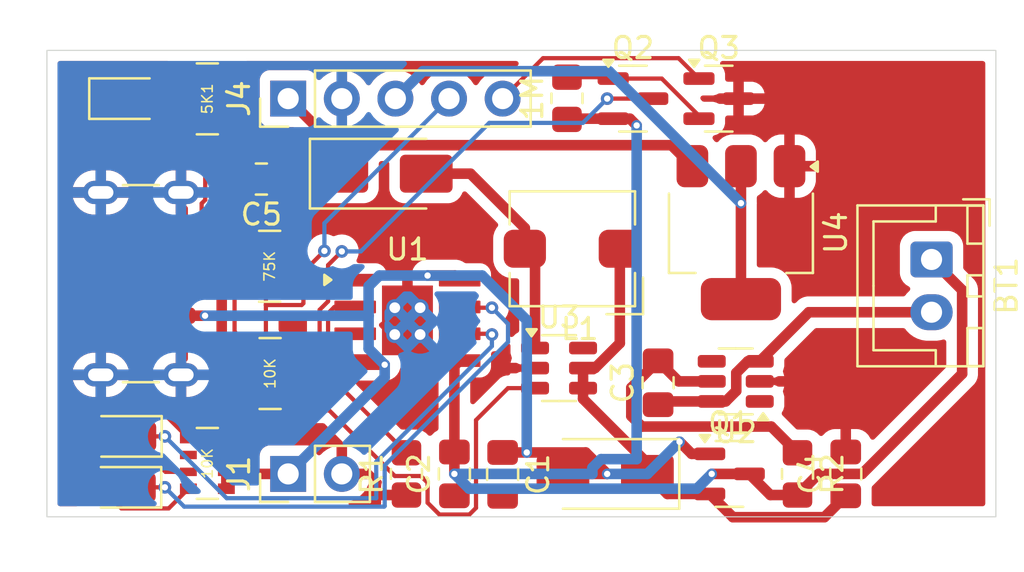
<source format=kicad_pcb>
(kicad_pcb (version 20240108) (generator "pcbnew") (generator_version "8.0")
  (layers (0 "F.Cu" signal) (31 "B.Cu" signal) (34 "B.Paste" user) (35 "F.Paste" user) (36 "B.SilkS" user "B.Silkscreen") (37 "F.SilkS" user "F.Silkscreen") (38 "B.Mask" user) (39 "F.Mask" user) (44 "Edge.Cuts" user))
  (net 0 "")
  (net 1 "GND")
  (net 2 "VIN")
  (net 3 "VOUT")
  (net 4 "B+")
  (net 5 "Net-(LED1-A)")
  (net 6 "Net-(LED1-K)")
  (net 7 "Net-(LED2-A)")
  (net 8 "Net-(LED2-K)")
  (net 9 "Net-(U1-PROG)")
  (net 10 "Net-(U2-VDD)")
  (net 11 "Net-(J5-CC2)")
  (net 12 "Net-(J5-CC1)")
  (net 17 "BOOST")
  (net 18 "Net-(D1-A)")
  (net 20 "Net-(Q2-D)")
  (net 21 "Net-(Q2-G)")
  (net 22 "+3V3")
  (net 23 "Net-(LED3-A)")
  (net 24 "BAT_SENSE")
  (net 25 "BAT_SENSE_SWITCH")
  (net 27 "Net-(RN3A-R1.1)")
  (net 35 "B-")
  (footprint "Resistor_SMD:R_Array_Convex_4x0603" (layer "F.Cu") (at 128.684 107.004)
    (property "Reference" "RN3" (hide yes))
    (property "Value" "10K" (hide yes))
    (fp_line (start 0.5 -1.68) (end -0.5 -1.68) (stroke (width 0.12)) (layer "F.SilkS"))
    (fp_line (start 0.5 1.68) (end -0.5 1.68) (stroke (width 0.12)) (layer "F.SilkS"))
    (fp_text user "${VALUE}" (at 0 0 90) (layer "F.SilkS") (effects (font (size 0.5 0.5) (thickness 0.075))))
    (pad "1" smd rect (at -0.9 -1.2) (size 0.8 0.5) (layers "F.Cu" "F.Paste" "F.Mask") (net 27 "Net-(RN3A-R1.1)"))
    (pad "2" smd rect (at -0.9 -0.4) (size 0.8 0.4) (layers "F.Cu" "F.Paste" "F.Mask") (net 24 "BAT_SENSE"))
    (pad "3" smd rect (at -0.9 0.4) (size 0.8 0.4) (layers "F.Cu" "F.Paste" "F.Mask"))
    (pad "4" smd rect (at -0.9 1.2) (size 0.8 0.5) (layers "F.Cu" "F.Paste" "F.Mask"))
    (pad "5" smd rect (at 0.9 1.2) (size 0.8 0.5) (layers "F.Cu" "F.Paste" "F.Mask"))
    (pad "6" smd rect (at 0.9 0.4) (size 0.8 0.4) (layers "F.Cu" "F.Paste" "F.Mask"))
    (pad "7" smd rect (at 0.9 -0.4) (size 0.8 0.4) (layers "F.Cu" "F.Paste" "F.Mask") (net 20 "Net-(Q2-D)"))
    (pad "8" smd rect (at 0.9 -1.2) (size 0.8 0.5) (layers "F.Cu" "F.Paste" "F.Mask") (net 1 "GND"))
  )
  (footprint "Package_TO_SOT_SMD:SOT-223-3_TabPin2" (layer "F.Cu") (at 150.9905 100.33 -90)
    (property "Reference" "U4" (at 0 -4.5 90) (layer "F.SilkS"))
    (property "Value" "AMS1117-3.3")
    (fp_line (start -1.85 3.41) (end 1.91 3.41) (stroke (width 0.12)) (layer "F.SilkS"))
    (fp_line (start 1.91 3.41) (end 1.91 2.15) (stroke (width 0.12)) (layer "F.SilkS"))
    (fp_line (start -1.85 -3.41) (end 1.91 -3.41) (stroke (width 0.12)) (layer "F.SilkS"))
    (fp_line (start 1.91 -3.41) (end 1.91 -2.15) (stroke (width 0.12)) (layer "F.SilkS"))
    (fp_poly (pts (xy -3.13 -3.31) (xy -3.37 -3.64) (xy -2.89 -3.64) (xy -3.13 -3.31)) (stroke (width 0.12)) (fill solid) (layer "F.SilkS"))
    (pad "1" smd roundrect (at -3.15 -2.3 270) (size 2 1.5) (layers "F.Cu" "F.Paste" "F.Mask") (net 1 "GND"))
    (pad "2" smd roundrect (at -3.15 0 270) (size 2 1.5) (layers "F.Cu" "F.Paste" "F.Mask") (net 22 "+3V3"))
    (pad "2" smd roundrect (at 3.15 0 270) (size 2 3.8) (layers "F.Cu" "F.Paste" "F.Mask") (net 22 "+3V3"))
    (pad "3" smd roundrect (at -3.15 2.3 270) (size 2 1.5) (layers "F.Cu" "F.Paste" "F.Mask") (net 3 "VOUT"))
  )
  (footprint "LED_SMD:LED_0805_2012Metric_Pad1.15x1.40mm_HandSolder" (layer "F.Cu") (at 121.666 112.395 180)
    (property "Reference" "LED1" (hide yes))
    (property "Value" "Charge")
    (fp_line (start 1 -0.96) (end -1.86 -0.96) (stroke (width 0.12)) (layer "F.SilkS"))
    (fp_line (start -1.86 0.96) (end 1 0.96) (stroke (width 0.12)) (layer "F.SilkS"))
    (fp_line (start -1.86 -0.96) (end -1.86 0.96) (stroke (width 0.12)) (layer "F.SilkS"))
    (pad "1" smd roundrect (at -1.025 0 180) (size 1.15 1.4) (layers "F.Cu" "F.Paste" "F.Mask") (roundrect_rratio 0.217391) (net 6 "Net-(LED1-K)"))
    (pad "2" smd roundrect (at 1.025 0 180) (size 1.15 1.4) (layers "F.Cu" "F.Paste" "F.Mask") (roundrect_rratio 0.217391) (net 5 "Net-(LED1-A)"))
  )
  (footprint "Connector_JST:JST_XH_B2B-XH-A_1x02_P2.50mm_Vertical" (layer "F.Cu") (at 160.02 101.6 -90)
    (property "Reference" "BT1" (at 1.25 -3.55 90) (layer "F.SilkS"))
    (property "Value" "Battery_Cell")
    (fp_line (start -2.56 3.51) (end 5.06 3.51) (stroke (width 0.12)) (layer "F.SilkS"))
    (fp_line (start 5.06 3.51) (end 5.06 -2.46) (stroke (width 0.12)) (layer "F.SilkS"))
    (fp_line (start -1.8 2.75) (end 1.25 2.75) (stroke (width 0.12)) (layer "F.SilkS"))
    (fp_line (start 4.3 2.75) (end 1.25 2.75) (stroke (width 0.12)) (layer "F.SilkS"))
    (fp_line (start -2.55 -0.2) (end -1.8 -0.2) (stroke (width 0.12)) (layer "F.SilkS"))
    (fp_line (start -1.8 -0.2) (end -1.8 2.75) (stroke (width 0.12)) (layer "F.SilkS"))
    (fp_line (start 4.3 -0.2) (end 4.3 2.75) (stroke (width 0.12)) (layer "F.SilkS"))
    (fp_line (start 5.05 -0.2) (end 4.3 -0.2) (stroke (width 0.12)) (layer "F.SilkS"))
    (fp_line (start -2.55 -1.7) (end -0.75 -1.7) (stroke (width 0.12)) (layer "F.SilkS"))
    (fp_line (start -0.75 -1.7) (end -0.75 -2.45) (stroke (width 0.12)) (layer "F.SilkS"))
    (fp_line (start 0.75 -1.7) (end 1.75 -1.7) (stroke (width 0.12)) (layer "F.SilkS"))
    (fp_line (start 1.75 -1.7) (end 1.75 -2.45) (stroke (width 0.12)) (layer "F.SilkS"))
    (fp_line (start 3.25 -1.7) (end 5.05 -1.7) (stroke (width 0.12)) (layer "F.SilkS"))
    (fp_line (start 5.05 -1.7) (end 5.05 -2.45) (stroke (width 0.12)) (layer "F.SilkS"))
    (fp_line (start -2.55 -2.45) (end -2.55 -1.7) (stroke (width 0.12)) (layer "F.SilkS"))
    (fp_line (start -0.75 -2.45) (end -2.55 -2.45) (stroke (width 0.12)) (layer "F.SilkS"))
    (fp_line (start 0.75 -2.45) (end 0.75 -1.7) (stroke (width 0.12)) (layer "F.SilkS"))
    (fp_line (start 1.75 -2.45) (end 0.75 -2.45) (stroke (width 0.12)) (layer "F.SilkS"))
    (fp_line (start 3.25 -2.45) (end 3.25 -1.7) (stroke (width 0.12)) (layer "F.SilkS"))
    (fp_line (start 5.05 -2.45) (end 3.25 -2.45) (stroke (width 0.12)) (layer "F.SilkS"))
    (fp_line (start -2.56 -2.46) (end -2.56 3.51) (stroke (width 0.12)) (layer "F.SilkS"))
    (fp_line (start 5.06 -2.46) (end -2.56 -2.46) (stroke (width 0.12)) (layer "F.SilkS"))
    (fp_line (start -2.85 -2.75) (end -2.85 -1.5) (stroke (width 0.12)) (layer "F.SilkS"))
    (fp_line (start -1.6 -2.75) (end -2.85 -2.75) (stroke (width 0.12)) (layer "F.SilkS"))
    (pad "1" thru_hole roundrect (at 0 0 270) (size 1.7 2) (drill 1) (layers "*.Cu" "*.Mask") (roundrect_rratio 0.147059) (net 4 "B+"))
    (pad "2" thru_hole oval (at 2.5 0 270) (size 1.7 2) (drill 1) (layers "*.Cu" "*.Mask") (net 35 "B-"))
  )
  (footprint "Package_TO_SOT_SMD:SOT-23" (layer "F.Cu") (at 145.8745 93.98)
    (property "Reference" "Q2" (at 0 -2.4 0) (layer "F.SilkS"))
    (property "Value" "AO3401A")
    (fp_line (start 0 -1.56) (end -0.65 -1.56) (stroke (width 0.12)) (layer "F.SilkS"))
    (fp_line (start 0 -1.56) (end 0.65 -1.56) (stroke (width 0.12)) (layer "F.SilkS"))
    (fp_line (start 0 1.56) (end -0.65 1.56) (stroke (width 0.12)) (layer "F.SilkS"))
    (fp_line (start 0 1.56) (end 0.65 1.56) (stroke (width 0.12)) (layer "F.SilkS"))
    (fp_poly (pts (xy -1.1625 -1.51) (xy -1.4025 -1.84) (xy -0.9225 -1.84) (xy -1.1625 -1.51)) (stroke (width 0.12)) (fill solid) (layer "F.SilkS"))
    (pad "1" smd roundrect (at -0.9375 -0.95) (size 1.475 0.6) (layers "F.Cu" "F.Paste" "F.Mask") (net 21 "Net-(Q2-G)"))
    (pad "2" smd roundrect (at -0.9375 0.95) (size 1.475 0.6) (layers "F.Cu" "F.Paste" "F.Mask") (net 4 "B+"))
    (pad "3" smd roundrect (at 0.9375 0) (size 1.475 0.6) (layers "F.Cu" "F.Paste" "F.Mask") (net 20 "Net-(Q2-D)"))
  )
  (footprint "LED_SMD:LED_0805_2012Metric_Pad1.15x1.40mm_HandSolder" (layer "F.Cu") (at 121.6885 109.982 180)
    (property "Reference" "LED2" (hide yes))
    (property "Value" "Done")
    (fp_line (start 1 -0.96) (end -1.86 -0.96) (stroke (width 0.12)) (layer "F.SilkS"))
    (fp_line (start -1.86 0.96) (end 1 0.96) (stroke (width 0.12)) (layer "F.SilkS"))
    (fp_line (start -1.86 -0.96) (end -1.86 0.96) (stroke (width 0.12)) (layer "F.SilkS"))
    (pad "1" smd roundrect (at -1.025 0 180) (size 1.15 1.4) (layers "F.Cu" "F.Paste" "F.Mask") (roundrect_rratio 0.217391) (net 8 "Net-(LED2-K)"))
    (pad "2" smd roundrect (at 1.025 0 180) (size 1.15 1.4) (layers "F.Cu" "F.Paste" "F.Mask") (roundrect_rratio 0.217391) (net 7 "Net-(LED2-A)"))
  )
  (footprint "Inductor_SMD:L_Bourns_SRP5030T" (layer "F.Cu") (at 143.002 101.092 180)
    (property "Reference" "L1" (at -0.35 -3.8 180) (layer "F.SilkS"))
    (property "Value" "22uH")
    (fp_line (start 2.97 1.15) (end 2.97 2.72) (stroke (width 0.12)) (layer "F.SilkS"))
    (fp_line (start 2.97 -2.72) (end 2.97 -1.15) (stroke (width 0.12)) (layer "F.SilkS"))
    (fp_line (start -2.97 2.72) (end 2.97 2.72) (stroke (width 0.12)) (layer "F.SilkS"))
    (fp_line (start -2.97 1.15) (end -2.97 2.72) (stroke (width 0.12)) (layer "F.SilkS"))
    (fp_line (start -2.97 -2.72) (end 2.97 -2.72) (stroke (width 0.12)) (layer "F.SilkS"))
    (fp_line (start -2.97 -2.72) (end -2.97 -1.15) (stroke (width 0.12)) (layer "F.SilkS"))
    (fp_line (start -3.35 -1.37) (end -3.35 -3.1) (stroke (width 0.12)) (layer "F.SilkS"))
    (fp_line (start -3.35 -3.1) (end -1.62 -3.1) (stroke (width 0.12)) (layer "F.SilkS"))
    (pad "1" smd roundrect (at -2.25 0 180) (size 2 1.8) (layers "F.Cu" "F.Paste" "F.Mask") (net 17 "BOOST"))
    (pad "2" smd roundrect (at 2.25 0 180) (size 2 1.8) (layers "F.Cu" "F.Paste" "F.Mask") (net 18 "Net-(D1-A)"))
  )
  (footprint "Diode_SMD:D_SMA" (layer "F.Cu") (at 134.08 97.536)
    (property "Reference" "D1" (hide yes))
    (property "Value" "SS34" (hide yes))
    (fp_line (start -3.51 -1.65) (end -3.51 1.65) (stroke (width 0.12)) (layer "F.SilkS"))
    (fp_line (start -3.51 -1.65) (end 2 -1.65) (stroke (width 0.12)) (layer "F.SilkS"))
    (fp_line (start -3.51 1.65) (end 2 1.65) (stroke (width 0.12)) (layer "F.SilkS"))
    (pad "1" smd roundrect (at -2 0) (size 2.5 1.8) (layers "F.Cu" "F.Paste" "F.Mask") (roundrect_rratio 0.1388888889) (net 3 "VOUT"))
    (pad "2" smd roundrect (at 2 0) (size 2.5 1.8) (layers "F.Cu" "F.Paste" "F.Mask") (roundrect_rratio 0.1388888889) (net 18 "Net-(D1-A)"))
  )
  (footprint "Capacitor_SMD:C_0805_2012Metric_Pad1.18x1.45mm_HandSolder" (layer "F.Cu") (at 137.414 111.76 90)
    (property "Reference" "C2" (at 0 -1.68 -90) (layer "F.SilkS"))
    (property "Value" "10uF")
    (fp_line (start -0.261252 -0.735) (end 0.261252 -0.735) (stroke (width 0.12)) (layer "F.SilkS"))
    (fp_line (start -0.261252 0.735) (end 0.261252 0.735) (stroke (width 0.12)) (layer "F.SilkS"))
    (pad "1" smd roundrect (at -1.0375 0 90) (size 1.175 1.45) (layers "F.Cu" "F.Paste" "F.Mask") (roundrect_rratio 0.212766) (net 1 "GND"))
    (pad "2" smd roundrect (at 1.0375 0 90) (size 1.175 1.45) (layers "F.Cu" "F.Paste" "F.Mask") (roundrect_rratio 0.212766) (net 4 "B+"))
  )
  (footprint "Resistor_SMD:R_0805_2012Metric_Pad1.20x1.40mm_HandSolder" (layer "F.Cu") (at 142.748 93.964 -90)
    (property "Reference" "R5" (hide yes))
    (property "Value" "1M" (at 0 1.65 90) (layer "F.SilkS"))
    (fp_line (start -0.227064 0.735) (end 0.227064 0.735) (stroke (width 0.12)) (layer "F.SilkS"))
    (fp_line (start -0.227064 -0.735) (end 0.227064 -0.735) (stroke (width 0.12)) (layer "F.SilkS"))
    (pad "1" smd roundrect (at -1 0 270) (size 1.2 1.4) (layers "F.Cu" "F.Paste" "F.Mask") (roundrect_rratio 0.208333) (net 21 "Net-(Q2-G)"))
    (pad "2" smd roundrect (at 1 0 270) (size 1.2 1.4) (layers "F.Cu" "F.Paste" "F.Mask") (roundrect_rratio 0.208333) (net 4 "B+"))
  )
  (footprint "LED_SMD:LED_0805_2012Metric_Pad1.15x1.40mm_HandSolder" (layer "F.Cu") (at 121.974 93.98)
    (property "Reference" "LED3" (hide yes))
    (property "Value" "Boost")
    (fp_line (start -1.86 -0.96) (end -1.86 0.96) (stroke (width 0.12)) (layer "F.SilkS"))
    (fp_line (start -1.86 0.96) (end 1 0.96) (stroke (width 0.12)) (layer "F.SilkS"))
    (fp_line (start 1 -0.96) (end -1.86 -0.96) (stroke (width 0.12)) (layer "F.SilkS"))
    (pad "1" smd roundrect (at -1.025 0) (size 1.15 1.4) (layers "F.Cu" "F.Paste" "F.Mask") (roundrect_rratio 0.217391) (net 1 "GND"))
    (pad "2" smd roundrect (at 1.025 0) (size 1.15 1.4) (layers "F.Cu" "F.Paste" "F.Mask") (roundrect_rratio 0.217391) (net 23 "Net-(LED3-A)"))
  )
  (footprint "Resistor_SMD:R_Array_Convex_4x0603" (layer "F.Cu") (at 125.711 93.991 180)
    (property "Reference" "RN2" (hide yes))
    (property "Value" "5K1" (hide yes))
    (fp_line (start 0.5 1.68) (end -0.5 1.68) (stroke (width 0.12)) (layer "F.SilkS"))
    (fp_line (start 0.5 -1.68) (end -0.5 -1.68) (stroke (width 0.12)) (layer "F.SilkS"))
    (fp_text user "${VALUE}" (at 0 0 -90) (layer "F.SilkS") (effects (font (size 0.5 0.5) (thickness 0.075))))
    (pad "1" smd rect (at -0.9 -1.2 180) (size 0.8 0.5) (layers "F.Cu" "F.Paste" "F.Mask") (net 1 "GND"))
    (pad "2" smd rect (at -0.9 -0.4 180) (size 0.8 0.4) (layers "F.Cu" "F.Paste" "F.Mask") (net 1 "GND"))
    (pad "3" smd rect (at -0.9 0.4 180) (size 0.8 0.4) (layers "F.Cu" "F.Paste" "F.Mask"))
    (pad "4" smd rect (at -0.9 1.2 180) (size 0.8 0.5) (layers "F.Cu" "F.Paste" "F.Mask"))
    (pad "5" smd rect (at 0.9 1.2 180) (size 0.8 0.5) (layers "F.Cu" "F.Paste" "F.Mask"))
    (pad "6" smd rect (at 0.9 0.4 180) (size 0.8 0.4) (layers "F.Cu" "F.Paste" "F.Mask"))
    (pad "7" smd rect (at 0.9 -0.4 180) (size 0.8 0.4) (layers "F.Cu" "F.Paste" "F.Mask") (net 11 "Net-(J5-CC2)"))
    (pad "8" smd rect (at 0.9 -1.2 180) (size 0.8 0.5) (layers "F.Cu" "F.Paste" "F.Mask") (net 12 "Net-(J5-CC1)"))
  )
  (footprint "Resistor_SMD:R_0805_2012Metric_Pad1.20x1.40mm_HandSolder" (layer "F.Cu") (at 135.144 111.76 90)
    (property "Reference" "R1" (at 0 -1.65 -90) (layer "F.SilkS"))
    (property "Value" "1K2")
    (fp_line (start -0.227064 -0.735) (end 0.227064 -0.735) (stroke (width 0.12)) (layer "F.SilkS"))
    (fp_line (start -0.227064 0.735) (end 0.227064 0.735) (stroke (width 0.12)) (layer "F.SilkS"))
    (pad "1" smd roundrect (at -1 0 90) (size 1.2 1.4) (layers "F.Cu" "F.Paste" "F.Mask") (roundrect_rratio 0.208333) (net 1 "GND"))
    (pad "2" smd roundrect (at 1 0 90) (size 1.2 1.4) (layers "F.Cu" "F.Paste" "F.Mask") (roundrect_rratio 0.208333) (net 9 "Net-(U1-PROG)"))
  )
  (footprint "Diode_SMD:D_SMA" (layer "F.Cu") (at 144.558 111.76 180)
    (property "Reference" "D3" (hide yes))
    (property "Value" "SS34" (hide yes))
    (fp_line (start -3.51 1.65) (end 2 1.65) (stroke (width 0.12)) (layer "F.SilkS"))
    (fp_line (start -3.51 -1.65) (end 2 -1.65) (stroke (width 0.12)) (layer "F.SilkS"))
    (fp_line (start -3.51 -1.65) (end -3.51 1.65) (stroke (width 0.12)) (layer "F.SilkS"))
    (pad "1" smd roundrect (at -2 0 180) (size 2.5 1.8) (layers "F.Cu" "F.Paste" "F.Mask") (roundrect_rratio 0.1388888889) (net 17 "BOOST"))
    (pad "2" smd roundrect (at 2 0 180) (size 2.5 1.8) (layers "F.Cu" "F.Paste" "F.Mask") (roundrect_rratio 0.1388888889) (net 2 "VIN"))
  )
  (footprint "Resistor_SMD:R_Array_Convex_4x0603" (layer "F.Cu") (at 125.711 111.263 180)
    (property "Reference" "RN1" (hide yes))
    (property "Value" "10K" (hide yes))
    (fp_line (start 0.5 1.68) (end -0.5 1.68) (stroke (width 0.12)) (layer "F.SilkS"))
    (fp_line (start 0.5 -1.68) (end -0.5 -1.68) (stroke (width 0.12)) (layer "F.SilkS"))
    (fp_text user "${VALUE}" (at 0 0 -90) (layer "F.SilkS") (effects (font (size 0.5 0.5) (thickness 0.075))))
    (pad "1" smd rect (at -0.9 -1.2 180) (size 0.8 0.5) (layers "F.Cu" "F.Paste" "F.Mask") (net 2 "VIN"))
    (pad "2" smd rect (at -0.9 -0.4 180) (size 0.8 0.4) (layers "F.Cu" "F.Paste" "F.Mask") (net 2 "VIN"))
    (pad "3" smd rect (at -0.9 0.4 180) (size 0.8 0.4) (layers "F.Cu" "F.Paste" "F.Mask") (net 2 "VIN"))
    (pad "4" smd rect (at -0.9 1.2 180) (size 0.8 0.5) (layers "F.Cu" "F.Paste" "F.Mask") (net 3 "VOUT"))
    (pad "5" smd rect (at 0.9 1.2 180) (size 0.8 0.5) (layers "F.Cu" "F.Paste" "F.Mask") (net 23 "Net-(LED3-A)"))
    (pad "6" smd rect (at 0.9 0.4 180) (size 0.8 0.4) (layers "F.Cu" "F.Paste" "F.Mask") (net 1 "GND"))
    (pad "7" smd rect (at 0.9 -0.4 180) (size 0.8 0.4) (layers "F.Cu" "F.Paste" "F.Mask") (net 7 "Net-(LED2-A)"))
    (pad "8" smd rect (at 0.9 -1.2 180) (size 0.8 0.5) (layers "F.Cu" "F.Paste" "F.Mask") (net 5 "Net-(LED1-A)"))
  )
  (footprint "Connector_USB:USB_C_Receptacle_GCT_USB4125-xx-x_6P_TopMnt_Horizontal" (layer "F.Cu") (at 121.46 102.745 -90)
    (property "Reference" "J5" (hide yes))
    (property "Value" "USB_C_Receptacle_PowerOnly_6P")
    (fp_line (start -4.67 -0.25) (end -4.67 -1.95) (stroke (width 0.12)) (layer "F.SilkS"))
    (fp_line (start 4.67 -0.25) (end 4.67 -1.95) (stroke (width 0.12)) (layer "F.SilkS"))
    (pad "A5" smd roundrect (at -0.5 -3.08 270) (size 0.7 1.2) (layers "F.Cu" "F.Paste" "F.Mask") (net 12 "Net-(J5-CC1)"))
    (pad "A9" smd roundrect (at 1.52 -3.08 90) (size 0.76 1.2) (layers "F.Cu" "F.Paste" "F.Mask") (net 2 "VIN"))
    (pad "A12" smd roundrect (at 2.75 -3.08 90) (size 0.8 1.2) (layers "F.Cu" "F.Paste" "F.Mask") (net 1 "GND"))
    (pad "B5" smd roundrect (at 0.5 -3.08 90) (size 0.7 1.2) (layers "F.Cu" "F.Paste" "F.Mask") (net 11 "Net-(J5-CC2)"))
    (pad "B9" smd roundrect (at -1.52 -3.08 270) (size 0.76 1.2) (layers "F.Cu" "F.Paste" "F.Mask") (net 2 "VIN"))
    (pad "B12" smd roundrect (at -2.75 -3.08 270) (size 0.8 1.2) (layers "F.Cu" "F.Paste" "F.Mask") (net 1 "GND"))
    (pad "S1" thru_hole oval (at -4.32 -3 270) (size 1.1 1.7) (drill oval 0.6 1.2) (layers "*.Cu" "*.Mask" "F.Paste") (net 1 "GND"))
    (pad "S1" thru_hole oval (at -4.32 0.8 270) (size 1.1 1.7) (drill oval 0.6 1.2) (layers "*.Cu" "*.Mask" "F.Paste") (net 1 "GND"))
    (pad "S1" thru_hole oval (at 4.32 -3 270) (size 1.1 1.7) (drill oval 0.6 1.2) (layers "*.Cu" "*.Mask" "F.Paste") (net 1 "GND"))
    (pad "S1" thru_hole oval (at 4.32 0.8 270) (size 1.1 1.7) (drill oval 0.6 1.2) (layers "*.Cu" "*.Mask" "F.Paste") (net 1 "GND"))
  )
  (footprint "Capacitor_SMD:C_0805_2012Metric_Pad1.18x1.45mm_HandSolder" (layer "F.Cu") (at 155.956 111.76 90)
    (property "Reference" "C4" (at 0 -1.68 -90) (layer "F.SilkS"))
    (property "Value" "10uF")
    (fp_line (start -0.261252 -0.735) (end 0.261252 -0.735) (stroke (width 0.12)) (layer "F.SilkS"))
    (fp_line (start -0.261252 0.735) (end 0.261252 0.735) (stroke (width 0.12)) (layer "F.SilkS"))
    (pad "1" smd roundrect (at -1.0375 0 90) (size 1.175 1.45) (layers "F.Cu" "F.Paste" "F.Mask") (roundrect_rratio 0.212766) (net 17 "BOOST"))
    (pad "2" smd roundrect (at 1.0375 0 90) (size 1.175 1.45) (layers "F.Cu" "F.Paste" "F.Mask") (roundrect_rratio 0.212766) (net 1 "GND"))
  )
  (footprint "Package_TO_SOT_SMD:SOT-23-6" (layer "F.Cu") (at 142.3725 106.746)
    (property "Reference" "U3" (at 0 -2.4 0) (layer "F.SilkS"))
    (property "Value" "MT3608")
    (fp_line (start 0 -1.56) (end -0.8 -1.56) (stroke (width 0.12)) (layer "F.SilkS"))
    (fp_line (start 0 -1.56) (end 0.8 -1.56) (stroke (width 0.12)) (layer "F.SilkS"))
    (fp_line (start 0 1.56) (end -0.8 1.56) (stroke (width 0.12)) (layer "F.SilkS"))
    (fp_line (start 0 1.56) (end 0.8 1.56) (stroke (width 0.12)) (layer "F.SilkS"))
    (fp_poly (pts (xy -1.3 -1.51) (xy -1.54 -1.84) (xy -1.06 -1.84) (xy -1.3 -1.51)) (stroke (width 0.12)) (fill solid) (layer "F.SilkS"))
    (pad "1" smd roundrect (at -1.1375 -0.95) (size 1.325 0.6) (layers "F.Cu" "F.Paste" "F.Mask") (net 18 "Net-(D1-A)"))
    (pad "2" smd roundrect (at -1.1375 0) (size 1.325 0.6) (layers "F.Cu" "F.Paste" "F.Mask") (net 1 "GND"))
    (pad "3" smd roundrect (at -1.1375 0.95) (size 1.325 0.6) (layers "F.Cu" "F.Paste" "F.Mask") (net 27 "Net-(RN3A-R1.1)"))
    (pad "4" smd roundrect (at 1.1375 0.95) (size 1.325 0.6) (layers "F.Cu" "F.Paste" "F.Mask") (net 17 "BOOST"))
    (pad "5" smd roundrect (at 1.1375 0) (size 1.325 0.6) (layers "F.Cu" "F.Paste" "F.Mask") (net 17 "BOOST"))
    (pad "6" smd roundrect (at 1.1375 -0.95) (size 1.325 0.6) (layers "F.Cu" "F.Paste" "F.Mask"))
  )
  (footprint "Capacitor_SMD:C_0805_2012Metric_Pad1.18x1.45mm_HandSolder" (layer "F.Cu") (at 139.7 111.7815 -90)
    (property "Reference" "C1" (at 0 -1.68 90) (layer "F.SilkS"))
    (property "Value" "10uF")
    (fp_line (start -0.261252 0.735) (end 0.261252 0.735) (stroke (width 0.12)) (layer "F.SilkS"))
    (fp_line (start -0.261252 -0.735) (end 0.261252 -0.735) (stroke (width 0.12)) (layer "F.SilkS"))
    (pad "1" smd roundrect (at -1.0375 0 270) (size 1.175 1.45) (layers "F.Cu" "F.Paste" "F.Mask") (roundrect_rratio 0.212766) (net 2 "VIN"))
    (pad "2" smd roundrect (at 1.0375 0 270) (size 1.175 1.45) (layers "F.Cu" "F.Paste" "F.Mask") (roundrect_rratio 0.212766) (net 1 "GND"))
  )
  (footprint "Connector_PinHeader_2.54mm:PinHeader_1x02_P2.54mm_Vertical" (layer "F.Cu") (at 129.54 111.76 90)
    (property "Reference" "J1" (at 0 -2.33 -90) (layer "F.SilkS"))
    (property "Value" "Conn_01x02")
    (fp_line (start -1.33 -1.33) (end 0 -1.33) (stroke (width 0.12)) (layer "F.SilkS"))
    (fp_line (start -1.33 0) (end -1.33 -1.33) (stroke (width 0.12)) (layer "F.SilkS"))
    (fp_line (start 1.33 1.27) (end 1.33 3.87) (stroke (width 0.12)) (layer "F.SilkS"))
    (fp_line (start -1.33 1.27) (end 1.33 1.27) (stroke (width 0.12)) (layer "F.SilkS"))
    (fp_line (start -1.33 1.27) (end -1.33 3.87) (stroke (width 0.12)) (layer "F.SilkS"))
    (fp_line (start -1.33 3.87) (end 1.33 3.87) (stroke (width 0.12)) (layer "F.SilkS"))
    (pad "1" thru_hole rect (at 0 0 90) (size 1.7 1.7) (drill 1) (layers "*.Cu" "*.Mask") (net 2 "VIN"))
    (pad "2" thru_hole oval (at 0 2.54 90) (size 1.7 1.7) (drill 1) (layers "*.Cu" "*.Mask") (net 1 "GND"))
  )
  (footprint "Resistor_SMD:R_Array_Convex_4x0603" (layer "F.Cu") (at 128.662 101.924)
    (property "Reference" "RN4" (hide yes))
    (property "Value" "75K" (hide yes))
    (fp_line (start 0.5 -1.68) (end -0.5 -1.68) (stroke (width 0.12)) (layer "F.SilkS"))
    (fp_line (start 0.5 1.68) (end -0.5 1.68) (stroke (width 0.12)) (layer "F.SilkS"))
    (fp_text user "${VALUE}" (at 0 0 90) (layer "F.SilkS") (effects (font (size 0.5 0.5) (thickness 0.075))))
    (pad "1" smd rect (at -0.9 -1.2) (size 0.8 0.5) (layers "F.Cu" "F.Paste" "F.Mask") (net 27 "Net-(RN3A-R1.1)"))
    (pad "2" smd rect (at -0.9 -0.4) (size 0.8 0.4) (layers "F.Cu" "F.Paste" "F.Mask") (net 24 "BAT_SENSE"))
    (pad "3" smd rect (at -0.9 0.4) (size 0.8 0.4) (layers "F.Cu" "F.Paste" "F.Mask"))
    (pad "4" smd rect (at -0.9 1.2) (size 0.8 0.5) (layers "F.Cu" "F.Paste" "F.Mask"))
    (pad "5" smd rect (at 0.9 1.2) (size 0.8 0.5) (layers "F.Cu" "F.Paste" "F.Mask"))
    (pad "6" smd rect (at 0.9 0.4) (size 0.8 0.4) (layers "F.Cu" "F.Paste" "F.Mask"))
    (pad "7" smd rect (at 0.9 -0.4) (size 0.8 0.4) (layers "F.Cu" "F.Paste" "F.Mask") (net 1 "GND"))
    (pad "8" smd rect (at 0.9 -1.2) (size 0.8 0.5) (layers "F.Cu" "F.Paste" "F.Mask") (net 3 "VOUT"))
  )
  (footprint "Capacitor_SMD:C_0805_2012Metric_Pad1.18x1.45mm_HandSolder" (layer "F.Cu") (at 128.27 97.79 180)
    (property "Reference" "C5" (at 0 -1.68 180) (layer "F.SilkS"))
    (property "Value" "10uF")
    (fp_line (start -0.261252 0.735) (end 0.261252 0.735) (stroke (width 0.12)) (layer "F.SilkS"))
    (fp_line (start -0.261252 -0.735) (end 0.261252 -0.735) (stroke (width 0.12)) (layer "F.SilkS"))
    (pad "1" smd roundrect (at -1.0375 0 180) (size 1.175 1.45) (layers "F.Cu" "F.Paste" "F.Mask") (roundrect_rratio 0.212766) (net 3 "VOUT"))
    (pad "2" smd roundrect (at 1.0375 0 180) (size 1.175 1.45) (layers "F.Cu" "F.Paste" "F.Mask") (roundrect_rratio 0.212766) (net 1 "GND"))
  )
  (footprint "Capacitor_SMD:C_0805_2012Metric_Pad1.18x1.45mm_HandSolder" (layer "F.Cu") (at 147.066 107.442 90)
    (property "Reference" "C3" (at 0 -1.68 -90) (layer "F.SilkS"))
    (property "Value" "0.1uF")
    (fp_line (start -0.261252 -0.735) (end 0.261252 -0.735) (stroke (width 0.12)) (layer "F.SilkS"))
    (fp_line (start -0.261252 0.735) (end 0.261252 0.735) (stroke (width 0.12)) (layer "F.SilkS"))
    (pad "1" smd roundrect (at -1.0375 0 90) (size 1.175 1.45) (layers "F.Cu" "F.Paste" "F.Mask") (roundrect_rratio 0.212766) (net 35 "B-"))
    (pad "2" smd roundrect (at 1.0375 0 90) (size 1.175 1.45) (layers "F.Cu" "F.Paste" "F.Mask") (roundrect_rratio 0.212766) (net 10 "Net-(U2-VDD)"))
  )
  (footprint "Package_TO_SOT_SMD:SOT-23-6" (layer "F.Cu") (at 150.7435 107.376 180)
    (property "Reference" "U2" (at 0 -2.4 180) (layer "F.SilkS"))
    (property "Value" "XB5307H")
    (fp_line (start 0 1.56) (end 0.8 1.56) (stroke (width 0.12)) (layer "F.SilkS"))
    (fp_line (start 0 1.56) (end -0.8 1.56) (stroke (width 0.12)) (layer "F.SilkS"))
    (fp_line (start 0 -1.56) (end 0.8 -1.56) (stroke (width 0.12)) (layer "F.SilkS"))
    (fp_line (start 0 -1.56) (end -0.8 -1.56) (stroke (width 0.12)) (layer "F.SilkS"))
    (fp_poly (pts (xy -1.3 -1.51) (xy -1.54 -1.84) (xy -1.06 -1.84) (xy -1.3 -1.51)) (stroke (width 0.12)) (fill solid) (layer "F.SilkS"))
    (pad "1" smd roundrect (at -1.1375 -0.95 180) (size 1.325 0.6) (layers "F.Cu" "F.Paste" "F.Mask"))
    (pad "2" smd roundrect (at -1.1375 0 180) (size 1.325 0.6) (layers "F.Cu" "F.Paste" "F.Mask") (net 1 "GND"))
    (pad "3" smd roundrect (at -1.1375 0.95 180) (size 1.325 0.6) (layers "F.Cu" "F.Paste" "F.Mask") (net 35 "B-"))
    (pad "4" smd roundrect (at 1.1375 0.95 180) (size 1.325 0.6) (layers "F.Cu" "F.Paste" "F.Mask"))
    (pad "5" smd roundrect (at 1.1375 0 180) (size 1.325 0.6) (layers "F.Cu" "F.Paste" "F.Mask") (net 10 "Net-(U2-VDD)"))
    (pad "6" smd roundrect (at 1.1375 -0.95 180) (size 1.325 0.6) (layers "F.Cu" "F.Paste" "F.Mask") (net 35 "B-"))
  )
  (footprint "Package_TO_SOT_SMD:SOT-23" (layer "F.Cu") (at 150.4465 111.76)
    (property "Reference" "Q1" (at 0 -2.4 0) (layer "F.SilkS"))
    (property "Value" "AO3401A")
    (fp_line (start 0 -1.56) (end -0.65 -1.56) (stroke (width 0.12)) (layer "F.SilkS"))
    (fp_line (start 0 -1.56) (end 0.65 -1.56) (stroke (width 0.12)) (layer "F.SilkS"))
    (fp_line (start 0 1.56) (end -0.65 1.56) (stroke (width 0.12)) (layer "F.SilkS"))
    (fp_line (start 0 1.56) (end 0.65 1.56) (stroke (width 0.12)) (layer "F.SilkS"))
    (fp_poly (pts (xy -1.1625 -1.51) (xy -1.4025 -1.84) (xy -0.9225 -1.84) (xy -1.1625 -1.51)) (stroke (width 0.12)) (fill solid) (layer "F.SilkS"))
    (pad "1" smd roundrect (at -0.9375 -0.95) (size 1.475 0.6) (layers "F.Cu" "F.Paste" "F.Mask") (net 2 "VIN"))
    (pad "2" smd roundrect (at -0.9375 0.95) (size 1.475 0.6) (layers "F.Cu" "F.Paste" "F.Mask") (net 17 "BOOST"))
    (pad "3" smd roundrect (at 0.9375 0) (size 1.475 0.6) (layers "F.Cu" "F.Paste" "F.Mask") (net 4 "B+"))
  )
  (footprint "Connector_PinHeader_2.54mm:PinHeader_1x05_P2.54mm_Vertical" (layer "F.Cu") (at 129.54 93.98 90)
    (property "Reference" "J4" (at 0 -2.33 -90) (layer "F.SilkS"))
    (property "Value" "Conn_01x05")
    (fp_line (start -1.33 -1.33) (end 0 -1.33) (stroke (width 0.12)) (layer "F.SilkS"))
    (fp_line (start -1.33 0) (end -1.33 -1.33) (stroke (width 0.12)) (layer "F.SilkS"))
    (fp_line (start 1.33 1.27) (end 1.33 11.49) (stroke (width 0.12)) (layer "F.SilkS"))
    (fp_line (start -1.33 1.27) (end 1.33 1.27) (stroke (width 0.12)) (layer "F.SilkS"))
    (fp_line (start -1.33 1.27) (end -1.33 11.49) (stroke (width 0.12)) (layer "F.SilkS"))
    (fp_line (start -1.33 11.49) (end 1.33 11.49) (stroke (width 0.12)) (layer "F.SilkS"))
    (pad "1" thru_hole rect (at 0 0 90) (size 1.7 1.7) (drill 1) (layers "*.Cu" "*.Mask") (net 3 "VOUT"))
    (pad "2" thru_hole oval (at 0 2.54 90) (size 1.7 1.7) (drill 1) (layers "*.Cu" "*.Mask") (net 1 "GND"))
    (pad "3" thru_hole oval (at 0 5.08 90) (size 1.7 1.7) (drill 1) (layers "*.Cu" "*.Mask") (net 22 "+3V3"))
    (pad "4" thru_hole oval (at 0 7.62 90) (size 1.7 1.7) (drill 1) (layers "*.Cu" "*.Mask") (net 24 "BAT_SENSE"))
    (pad "5" thru_hole oval (at 0 10.16 90) (size 1.7 1.7) (drill 1) (layers "*.Cu" "*.Mask") (net 25 "BAT_SENSE_SWITCH"))
  )
  (footprint "Package_TO_SOT_SMD:SOT-23" (layer "F.Cu") (at 149.9385 93.98)
    (property "Reference" "Q3" (at 0 -2.4 0) (layer "F.SilkS"))
    (property "Value" "BSS138")
    (fp_line (start 0 -1.56) (end -0.65 -1.56) (stroke (width 0.12)) (layer "F.SilkS"))
    (fp_line (start 0 -1.56) (end 0.65 -1.56) (stroke (width 0.12)) (layer "F.SilkS"))
    (fp_line (start 0 1.56) (end -0.65 1.56) (stroke (width 0.12)) (layer "F.SilkS"))
    (fp_line (start 0 1.56) (end 0.65 1.56) (stroke (width 0.12)) (layer "F.SilkS"))
    (fp_poly (pts (xy -1.1625 -1.51) (xy -1.4025 -1.84) (xy -0.9225 -1.84) (xy -1.1625 -1.51)) (stroke (width 0.12)) (fill solid) (layer "F.SilkS"))
    (pad "1" smd roundrect (at -0.9375 -0.95) (size 1.475 0.6) (layers "F.Cu" "F.Paste" "F.Mask") (net 25 "BAT_SENSE_SWITCH"))
    (pad "2" smd roundrect (at -0.9375 0.95) (size 1.475 0.6) (layers "F.Cu" "F.Paste" "F.Mask") (net 21 "Net-(Q2-G)"))
    (pad "3" smd roundrect (at 0.9375 0) (size 1.475 0.6) (layers "F.Cu" "F.Paste" "F.Mask") (net 1 "GND"))
  )
  (footprint "Resistor_SMD:R_0805_2012Metric_Pad1.20x1.40mm_HandSolder" (layer "F.Cu") (at 153.67 111.76 -90)
    (property "Reference" "R2" (at 0 -1.65 90) (layer "F.SilkS"))
    (property "Value" "100R")
    (fp_line (start -0.227064 0.735) (end 0.227064 0.735) (stroke (width 0.12)) (layer "F.SilkS"))
    (fp_line (start -0.227064 -0.735) (end 0.227064 -0.735) (stroke (width 0.12)) (layer "F.SilkS"))
    (pad "1" smd roundrect (at -1 0 270) (size 1.2 1.4) (layers "F.Cu" "F.Paste" "F.Mask") (roundrect_rratio 0.208333) (net 10 "Net-(U2-VDD)"))
    (pad "2" smd roundrect (at 1 0 270) (size 1.2 1.4) (layers "F.Cu" "F.Paste" "F.Mask") (roundrect_rratio 0.208333) (net 4 "B+"))
  )
  (footprint "microcontrol:TP4056-SOP-8-EP-Vias" (layer "F.Cu") (at 135.19 104.486)
    (property "Reference" "U1" (at 0 -3.362 0) (layer "F.SilkS"))
    (property "Value" "TP4056")
    (fp_poly (pts (xy -3.607 -1.919) (xy -3.937 -2.159) (xy -3.937 -1.679) (xy -3.607 -1.919)) (stroke (width 0.12)) (fill solid) (layer "F.SilkS"))
    (pad "1" smd roundrect (at -2.475 -1.905) (size 1.97 0.6) (layers "F.Cu" "F.Paste" "F.Mask") (roundrect_rratio 0.07) (net 1 "GND"))
    (pad "2" smd roundrect (at -2.475 -0.635) (size 1.97 0.6) (layers "F.Cu" "F.Paste" "F.Mask") (roundrect_rratio 0.07) (net 9 "Net-(U1-PROG)"))
    (pad "3" smd roundrect (at -2.475 0.635) (size 1.97 0.6) (layers "F.Cu" "F.Paste" "F.Mask") (roundrect_rratio 0.07) (net 1 "GND"))
    (pad "4" smd roundrect (at -2.475 1.905) (size 1.97 0.6) (layers "F.Cu" "F.Paste" "F.Mask") (roundrect_rratio 0.07) (net 2 "VIN"))
    (pad "5" smd roundrect (at 2.475 1.905) (size 1.97 0.6) (layers "F.Cu" "F.Paste" "F.Mask") (roundrect_rratio 0.07) (net 4 "B+"))
    (pad "6" smd roundrect (at 2.475 0.635) (size 1.97 0.6) (layers "F.Cu" "F.Paste" "F.Mask") (roundrect_rratio 0.07) (net 8 "Net-(LED2-K)"))
    (pad "7" smd roundrect (at 2.475 -0.635) (size 1.97 0.6) (layers "F.Cu" "F.Paste" "F.Mask") (roundrect_rratio 0.07) (net 6 "Net-(LED1-K)"))
    (pad "8" smd roundrect (at 2.475 -1.905) (size 1.97 0.6) (layers "F.Cu" "F.Paste" "F.Mask") (roundrect_rratio 0.07) (net 2 "VIN"))
    (pad "9" thru_hole circle (at -0.6 -0.6) (size 0.81 0.81) (drill 0.51) (property pad_prop_heatsink) (layers "*.Cu") (net 1 "GND"))
    (pad "9" thru_hole circle (at -0.6 0.67) (size 0.81 0.81) (drill 0.51) (property pad_prop_heatsink) (layers "*.Cu") (net 1 "GND"))
    (pad "9" smd rect (at 0 0) (size 2.413 3.302) (layers "F.Cu" "F.Mask") (net 1 "GND"))
    (pad "9" thru_hole circle (at 0.6 -0.6) (size 0.81 0.81) (drill 0.51) (property pad_prop_heatsink) (layers "*.Cu") (net 1 "GND"))
    (pad "9" thru_hole circle (at 0.6 0.67) (size 0.81 0.81) (drill 0.51) (property pad_prop_heatsink) (layers "*.Cu") (net 1 "GND"))
  )
  (gr_rect (start 118.11 91.694) (end 163.068 113.792) (stroke (width 0.05)) (fill none) (layer "Edge.Cuts"))
  (segment (start 143.637 110.744) (end 139.7 110.744) (width 0.5) (layer "F.Cu") (net 2))
  (segment (start 124.54 101.225) (end 124.071266 101.225) (width 0.5) (layer "F.Cu") (net 2))
  (segment (start 144.653 111.76) (end 143.637 110.744) (width 0.5) (layer "F.Cu") (net 2))
  (segment (start 124.071266 101.225) (end 123.49 101.806266) (width 0.5) (layer "F.Cu") (net 2))
  (segment (start 123.49 103.815) (end 123.94 104.265) (width 0.5) (layer "F.Cu") (net 2))
  (segment (start 126.611 110.863) (end 126.611 112.463) (width 0.5) (layer "F.Cu") (net 2))
  (segment (start 144.653 111.76) (end 142.558 111.76) (width 0.5) (layer "F.Cu") (net 2))
  (segment (start 148.656 110.81) (end 148.082 110.236) (width 0.5) (layer "F.Cu") (net 2))
  (segment (start 129.54 111.76) (end 126.708 111.76) (width 0.5) (layer "F.Cu") (net 2))
  (segment (start 149.509 110.81) (end 148.656 110.81) (width 0.5) (layer "F.Cu") (net 2))
  (segment (start 125.601 104.265) (end 124.54 104.265) (width 0.5) (layer "F.Cu") (net 2))
  (segment (start 123.49 101.806266) (end 123.49 103.815) (width 0.5) (layer "F.Cu") (net 2))
  (segment (start 137.446 102.362) (end 137.665 102.581) (width 0.5) (layer "F.Cu") (net 2))
  (segment (start 136.144 102.362) (end 137.446 102.362) (width 0.5) (layer "F.Cu") (net 2))
  (segment (start 126.708 111.76) (end 126.611 111.663) (width 0.5) (layer "F.Cu") (net 2))
  (segment (start 132.911002 106.587002) (end 132.715 106.391) (width 0.5) (layer "F.Cu") (net 2))
  (segment (start 134.112 106.587002) (end 132.911002 106.587002) (width 0.5) (layer "F.Cu") (net 2))
  (segment (start 123.94 104.265) (end 124.54 104.265) (width 0.5) (layer "F.Cu") (net 2))
  (via (at 140.843 110.744) (size 0.5) (drill 0.3) (layers "F.Cu" "B.Cu") (net 2))
  (via (at 125.601 104.265) (size 0.5) (drill 0.3) (layers "F.Cu" "B.Cu") (net 2))
  (via (at 144.653 111.76) (size 0.5) (drill 0.3) (layers "F.Cu" "B.Cu") (net 2))
  (via (at 148.082 110.236) (size 0.5) (drill 0.3) (layers "F.Cu" "B.Cu") (net 2))
  (via (at 136.144 102.362) (size 0.5) (drill 0.3) (layers "F.Cu" "B.Cu") (net 2))
  (via (at 134.112 106.587002) (size 0.5) (drill 0.3) (layers "F.Cu" "B.Cu") (net 2))
  (segment (start 144.653 111.76) (end 146.558 111.76) (width 0.5) (layer "B.Cu") (net 2))
  (segment (start 133.35 104.265) (end 133.35 105.825002) (width 0.5) (layer "B.Cu") (net 2))
  (segment (start 134.112 107.188) (end 129.54 111.76) (width 0.5) (layer "B.Cu") (net 2))
  (segment (start 125.601 104.265) (end 133.35 104.265) (width 0.5) (layer "B.Cu") (net 2))
  (segment (start 133.858 102.362) (end 136.144 102.362) (width 0.5) (layer "B.Cu") (net 2))
  (segment (start 133.35 104.265) (end 133.35 102.87) (width 0.5) (layer "B.Cu") (net 2))
  (segment (start 140.843 104.476339) (end 138.728661 102.362) (width 0.5) (layer "B.Cu") (net 2))
  (segment (start 140.843 110.744) (end 140.843 104.476339) (width 0.5) (layer "B.Cu") (net 2))
  (segment (start 133.35 102.87) (end 133.858 102.362) (width 0.5) (layer "B.Cu") (net 2))
  (segment (start 138.728661 102.362) (end 136.144 102.362) (width 0.5) (layer "B.Cu") (net 2))
  (segment (start 133.35 105.825002) (end 134.112 106.587002) (width 0.5) (layer "B.Cu") (net 2))
  (segment (start 134.112 106.587002) (end 134.112 107.188) (width 0.5) (layer "B.Cu") (net 2))
  (segment (start 146.558 111.76) (end 148.082 110.236) (width 0.5) (layer "B.Cu") (net 2))
  (segment (start 129.5615 97.536) (end 129.3075 97.79) (width 0.5) (layer "F.Cu") (net 3))
  (segment (start 126.611 110.063) (end 126.39 109.842) (width 0.5) (layer "F.Cu") (net 3))
  (segment (start 132.08 96.52) (end 129.54 93.98) (width 0.5) (layer "F.Cu") (net 3))
  (segment (start 132.08 97.536) (end 132.08 96.52) (width 0.5) (layer "F.Cu") (net 3))
  (segment (start 132.08 97.536) (end 129.5615 97.536) (width 0.5) (layer "F.Cu") (net 3))
  (segment (start 129.3075 97.79) (end 129.3075 99.314) (width 0.5) (layer "F.Cu") (net 3))
  (segment (start 133.43 96.186) (end 132.08 97.536) (width 0.5) (layer "F.Cu") (net 3))
  (segment (start 148.6905 97.18) (end 147.6965 96.186) (width 0.5) (layer "F.Cu") (net 3))
  (segment (start 129.3075 99.314) (end 129.3075 100.4695) (width 0.5) (layer "F.Cu") (net 3))
  (segment (start 147.6965 96.186) (end 133.43 96.186) (width 0.5) (layer "F.Cu") (net 3))
  (segment (start 126.39 100.178) (end 127.254 99.314) (width 0.5) (layer "F.Cu") (net 3))
  (segment (start 127.254 99.314) (end 129.3075 99.314) (width 0.5) (layer "F.Cu") (net 3))
  (segment (start 126.39 109.842) (end 126.39 100.178) (width 0.5) (layer "F.Cu") (net 3))
  (segment (start 129.3075 100.4695) (end 129.562 100.724) (width 0.5) (layer "F.Cu") (net 3))
  (segment (start 152.384 112.76) (end 151.384 111.76) (width 0.5) (layer "F.Cu") (net 4))
  (segment (start 137.414 106.642) (end 137.665 106.391) (width 0.5) (layer "F.Cu") (net 4))
  (segment (start 142.782 94.93) (end 142.748 94.964) (width 0.5) (layer "F.Cu") (net 4))
  (segment (start 151.384 111.76) (end 149.606 111.76) (width 0.5) (layer "F.Cu") (net 4))
  (segment (start 161.47 107.017878) (end 156.727878 111.76) (width 0.5) (layer "F.Cu") (net 4))
  (segment (start 160.02 101.6) (end 161.47 103.05) (width 0.5) (layer "F.Cu") (net 4))
  (segment (start 154.67 111.76) (end 153.67 112.76) (width 0.5) (layer "F.Cu") (net 4))
  (segment (start 145.73 94.93) (end 146.05 95.25) (width 0.5) (layer "F.Cu") (net 4))
  (segment (start 137.414 110.7225) (end 137.414 106.642) (width 0.5) (layer "F.Cu") (net 4))
  (segment (start 137.414 111.76) (end 137.414 110.7225) (width 0.5) (layer "F.Cu") (net 4))
  (segment (start 144.937 94.93) (end 145.73 94.93) (width 0.5) (layer "F.Cu") (net 4))
  (segment (start 161.47 103.05) (end 161.47 107.017878) (width 0.5) (layer "F.Cu") (net 4))
  (segment (start 144.937 94.93) (end 142.782 94.93) (width 0.5) (layer "F.Cu") (net 4))
  (segment (start 153.67 112.76) (end 152.384 112.76) (width 0.5) (layer "F.Cu") (net 4))
  (segment (start 156.727878 111.76) (end 154.67 111.76) (width 0.5) (layer "F.Cu") (net 4))
  (via (at 137.414 111.76) (size 0.5) (drill 0.3) (layers "F.Cu" "B.Cu") (net 4))
  (via (at 146.05 95.25) (size 0.5) (drill 0.3) (layers "F.Cu" "B.Cu") (net 4))
  (via (at 149.606 111.76) (size 0.5) (drill 0.3) (layers "F.Cu" "B.Cu") (net 4))
  (segment (start 144.363051 111.06) (end 143.953 111.470051) (width 0.5) (layer "B.Cu") (net 4))
  (segment (start 146.05 95.25) (end 146.05 111.06) (width 0.5) (layer "B.Cu") (net 4))
  (segment (start 143.953 111.76) (end 137.414 111.76) (width 0.5) (layer "B.Cu") (net 4))
  (segment (start 146.05 111.06) (end 144.363051 111.06) (width 0.5) (layer "B.Cu") (net 4))
  (segment (start 149.606 111.76) (end 148.906 112.46) (width 0.5) (layer "B.Cu") (net 4))
  (segment (start 138.114 112.46) (end 137.414 111.76) (width 0.5) (layer "B.Cu") (net 4))
  (segment (start 148.906 112.46) (end 138.114 112.46) (width 0.5) (layer "B.Cu") (net 4))
  (segment (start 143.953 111.470051) (end 143.953 111.76) (width 0.5) (layer "B.Cu") (net 4))
  (segment (start 121.641 113.395) (end 120.641 112.395) (width 0.2) (layer "F.Cu") (net 5))
  (segment (start 124.811 112.463) (end 123.879 113.395) (width 0.2) (layer "F.Cu") (net 5))
  (segment (start 123.879 113.395) (end 121.641 113.395) (width 0.2) (layer "F.Cu") (net 5))
  (segment (start 137.7 103.886) (end 137.665 103.851) (width 0.2) (layer "F.Cu") (net 6))
  (segment (start 139.192 103.886) (end 137.7 103.886) (width 0.2) (layer "F.Cu") (net 6))
  (segment (start 123.698 112.395) (end 122.691 112.395) (width 0.2) (layer "F.Cu") (net 6))
  (via (at 139.192 103.886) (size 0.6) (drill 0.3) (layers "F.Cu" "B.Cu") (net 6))
  (via (at 123.698 112.395) (size 0.6) (drill 0.3) (layers "F.Cu" "B.Cu") (net 6))
  (segment (start 124.613 113.31) (end 134.086 113.31) (width 0.2) (layer "B.Cu") (net 6))
  (segment (start 139.954 105.512346) (end 139.954 104.648) (width 0.2) (layer "B.Cu") (net 6))
  (segment (start 134.086 113.31) (end 134.112 113.284) (width 0.2) (layer "B.Cu") (net 6))
  (segment (start 123.698 112.395) (end 124.613 113.31) (width 0.2) (layer "B.Cu") (net 6))
  (segment (start 139.954 104.648) (end 139.192 103.886) (width 0.2) (layer "B.Cu") (net 6))
  (segment (start 134.112 113.284) (end 134.112 111.354346) (width 0.2) (layer "B.Cu") (net 6))
  (segment (start 134.112 111.354346) (end 139.954 105.512346) (width 0.2) (layer "B.Cu") (net 6))
  (segment (start 121.6635 110.982) (end 120.6635 109.982) (width 0.2) (layer "F.Cu") (net 7))
  (segment (start 123.047 110.982) (end 121.6635 110.982) (width 0.2) (layer "F.Cu") (net 7))
  (segment (start 123.728 111.663) (end 123.047 110.982) (width 0.2) (layer "F.Cu") (net 7))
  (segment (start 124.811 111.663) (end 123.728 111.663) (width 0.2) (layer "F.Cu") (net 7))
  (segment (start 139.157 105.121) (end 139.192 105.156) (width 0.2) (layer "F.Cu") (net 8))
  (segment (start 123.698 109.982) (end 122.7135 109.982) (width 0.2) (layer "F.Cu") (net 8))
  (segment (start 137.665 105.121) (end 139.157 105.121) (width 0.2) (layer "F.Cu") (net 8))
  (via (at 139.192 105.156) (size 0.6) (drill 0.3) (layers "F.Cu" "B.Cu") (net 8))
  (via (at 123.698 109.982) (size 0.6) (drill 0.3) (layers "F.Cu" "B.Cu") (net 8))
  (segment (start 123.698 109.982) (end 126.626 112.91) (width 0.2) (layer "B.Cu") (net 8))
  (segment (start 139.192 105.70866) (end 139.192 105.156) (width 0.2) (layer "B.Cu") (net 8))
  (segment (start 133.712 112.91) (end 133.712 111.18866) (width 0.2) (layer "B.Cu") (net 8))
  (segment (start 126.626 112.91) (end 133.712 112.91) (width 0.2) (layer "B.Cu") (net 8))
  (segment (start 133.712 111.18866) (end 139.192 105.70866) (width 0.2) (layer "B.Cu") (net 8))
  (segment (start 131.730001 103.851) (end 131.43 104.151001) (width 0.2) (layer "F.Cu") (net 9))
  (segment (start 131.43 107.046) (end 135.144 110.76) (width 0.2) (layer "F.Cu") (net 9))
  (segment (start 131.43 104.151001) (end 131.43 107.046) (width 0.2) (layer "F.Cu") (net 9))
  (segment (start 132.715 103.851) (end 131.730001 103.851) (width 0.2) (layer "F.Cu") (net 9))
  (segment (start 147.066 106.4045) (end 148.0375 107.376) (width 0.5) (layer "F.Cu") (net 10))
  (segment (start 153.67 110.76) (end 152.427 109.517) (width 0.5) (layer "F.Cu") (net 10))
  (segment (start 145.796 109.018878) (end 145.796 107.6745) (width 0.5) (layer "F.Cu") (net 10))
  (segment (start 145.796 107.6745) (end 147.066 106.4045) (width 0.5) (layer "F.Cu") (net 10))
  (segment (start 148.0375 107.376) (end 149.606 107.376) (width 0.5) (layer "F.Cu") (net 10))
  (segment (start 146.294122 109.517) (end 145.796 109.018878) (width 0.5) (layer "F.Cu") (net 10))
  (segment (start 152.427 109.517) (end 146.294122 109.517) (width 0.5) (layer "F.Cu") (net 10))
  (segment (start 124.816602 103.245) (end 124.54 103.245) (width 0.2) (layer "F.Cu") (net 11))
  (segment (start 125.84 99.112768) (end 125.84 102.221602) (width 0.2) (layer "F.Cu") (net 11))
  (segment (start 124.811 94.391) (end 125.411 94.391) (width 0.2) (layer "F.Cu") (net 11))
  (segment (start 125.709843 95.524157) (end 126.01 95.824315) (width 0.2) (layer "F.Cu") (net 11))
  (segment (start 125.709843 94.689843) (end 125.709843 95.524157) (width 0.2) (layer "F.Cu") (net 11))
  (segment (start 125.411 94.391) (end 125.709843 94.689843) (width 0.2) (layer "F.Cu") (net 11))
  (segment (start 126.01 95.824315) (end 126.01 98.942768) (width 0.2) (layer "F.Cu") (net 11))
  (segment (start 126.01 98.942768) (end 125.84 99.112768) (width 0.2) (layer "F.Cu") (net 11))
  (segment (start 125.84 102.221602) (end 124.816602 103.245) (width 0.2) (layer "F.Cu") (net 11))
  (segment (start 125.61 95.99) (end 124.811 95.191) (width 0.2) (layer "F.Cu") (net 12))
  (segment (start 125.44 98.947082) (end 125.61 98.777082) (width 0.2) (layer "F.Cu") (net 12))
  (segment (start 124.54 102.245) (end 124.81823 102.245) (width 0.2) (layer "F.Cu") (net 12))
  (segment (start 125.61 98.777082) (end 125.61 95.99) (width 0.2) (layer "F.Cu") (net 12))
  (segment (start 125.44 101.62323) (end 125.44 98.947082) (width 0.2) (layer "F.Cu") (net 12))
  (segment (start 124.81823 102.245) (end 125.44 101.62323) (width 0.2) (layer "F.Cu") (net 12))
  (segment (start 146.558 111.76) (end 146.558 111.252) (width 0.5) (layer "F.Cu") (net 17))
  (segment (start 154.9435 113.81) (end 150.609 113.81) (width 0.5) (layer "F.Cu") (net 17))
  (segment (start 145.252 105.569184) (end 144.075184 106.746) (width 0.5) (layer "F.Cu") (net 17))
  (segment (start 150.609 113.81) (end 149.509 112.71) (width 0.5) (layer "F.Cu") (net 17))
  (segment (start 145.252 101.092) (end 145.252 105.569184) (width 0.5) (layer "F.Cu") (net 17))
  (segment (start 143.51 108.204) (end 143.51 107.696) (width 0.5) (layer "F.Cu") (net 17))
  (segment (start 143.51 107.696) (end 143.51 106.746) (width 0.5) (layer "F.Cu") (net 17))
  (segment (start 155.956 112.7975) (end 154.9435 113.81) (width 0.5) (layer "F.Cu") (net 17))
  (segment (start 147.508 112.71) (end 146.558 111.76) (width 0.5) (layer "F.Cu") (net 17))
  (segment (start 149.509 112.71) (end 147.508 112.71) (width 0.5) (layer "F.Cu") (net 17))
  (segment (start 144.075184 106.746) (end 143.51 106.746) (width 0.5) (layer "F.Cu") (net 17))
  (segment (start 146.558 111.252) (end 143.51 108.204) (width 0.5) (layer "F.Cu") (net 17))
  (segment (start 141.235 101.575) (end 140.752 101.092) (width 0.5) (layer "F.Cu") (net 18))
  (segment (start 141.235 105.796) (end 141.235 101.575) (width 0.5) (layer "F.Cu") (net 18))
  (segment (start 140.752 100.112) (end 138.176 97.536) (width 0.5) (layer "F.Cu") (net 18))
  (segment (start 140.752 101.092) (end 140.752 100.112) (width 0.5) (layer "F.Cu") (net 18))
  (segment (start 138.176 97.536) (end 136.08 97.536) (width 0.5) (layer "F.Cu") (net 18))
  (segment (start 131.03 105.758) (end 130.184 106.604) (width 0.2) (layer "F.Cu") (net 20))
  (segment (start 131.03 103.985316) (end 131.03 105.758) (width 0.2) (layer "F.Cu") (net 20))
  (segment (start 130.184 106.604) (end 129.584 106.604) (width 0.2) (layer "F.Cu") (net 20))
  (segment (start 146.812 93.98) (end 144.653 93.98) (width 0.2) (layer "F.Cu") (net 20))
  (segment (start 131.43 103.585315) (end 131.03 103.985316) (width 0.2) (layer "F.Cu") (net 20))
  (segment (start 132.08 101.219) (end 131.43 101.869) (width 0.2) (layer "F.Cu") (net 20))
  (segment (start 131.43 101.869) (end 131.43 103.585315) (width 0.2) (layer "F.Cu") (net 20))
  (via (at 132.08 101.219) (size 0.6) (drill 0.3) (layers "F.Cu" "B.Cu") (net 20))
  (via (at 144.653 93.98) (size 0.6) (drill 0.3) (layers "F.Cu" "B.Cu") (net 20))
  (segment (start 132.979 101.219) (end 139.068 95.13) (width 0.2) (layer "B.Cu") (net 20))
  (segment (start 139.068 95.13) (end 143.503 95.13) (width 0.2) (layer "B.Cu") (net 20))
  (segment (start 132.08 101.219) (end 132.979 101.219) (width 0.2) (layer "B.Cu") (net 20))
  (segment (start 143.503 95.13) (end 144.653 93.98) (width 0.2) (layer "B.Cu") (net 20))
  (segment (start 149.001 94.790948) (end 149.001 94.93) (width 0.2) (layer "F.Cu") (net 21))
  (segment (start 142.748 92.964) (end 144.871 92.964) (width 0.2) (layer "F.Cu") (net 21))
  (segment (start 144.871 92.964) (end 144.937 93.03) (width 0.2) (layer "F.Cu") (net 21))
  (segment (start 144.937 93.03) (end 147.240052 93.03) (width 0.2) (layer "F.Cu") (net 21))
  (segment (start 147.240052 93.03) (end 149.001 94.790948) (width 0.2) (layer "F.Cu") (net 21))
  (segment (start 150.9905 98.933) (end 150.9905 103.48) (width 0.5) (layer "F.Cu") (net 22))
  (segment (start 150.9905 97.18) (end 150.9905 98.933) (width 0.5) (layer "F.Cu") (net 22))
  (via (at 150.9905 98.933) (size 0.5) (drill 0.3) (layers "F.Cu" "B.Cu") (net 22))
  (segment (start 135.92 92.68) (end 144.7375 92.68) (width 0.5) (layer "B.Cu") (net 22))
  (segment (start 144.7375 92.68) (end 150.9905 98.933) (width 0.5) (layer "B.Cu") (net 22))
  (segment (start 134.62 93.98) (end 135.92 92.68) (width 0.5) (layer "B.Cu") (net 22))
  (segment (start 124.811 110.063) (end 122.94 108.192) (width 0.2) (layer "F.Cu") (net 23))
  (segment (start 122.94 94.039) (end 122.999 93.98) (width 0.2) (layer "F.Cu") (net 23))
  (segment (start 122.94 108.192) (end 122.94 94.039) (width 0.2) (layer "F.Cu") (net 23))
  (segment (start 131.255734 101.194737) (end 130.262 102.188471) (width 0.2) (layer "F.Cu") (net 24))
  (segment (start 128.384 106.604) (end 127.784 106.604) (width 0.2) (layer "F.Cu") (net 24))
  (segment (start 128.484 106.504) (end 128.384 106.604) (width 0.2) (layer "F.Cu") (net 24))
  (segment (start 130.262 102.188471) (end 130.262 103.674) (width 0.2) (layer "F.Cu") (net 24))
  (segment (start 128.362 101.524) (end 128.484 101.646) (width 0.2) (layer "F.Cu") (net 24))
  (segment (start 130.262 103.674) (end 130.177 103.759) (width 0.2) (layer "F.Cu") (net 24))
  (segment (start 128.484 103.759) (end 128.484 106.504) (width 0.2) (layer "F.Cu") (net 24))
  (segment (start 127.762 101.524) (end 128.362 101.524) (width 0.2) (layer "F.Cu") (net 24))
  (segment (start 128.484 101.646) (end 128.484 103.759) (width 0.2) (layer "F.Cu") (net 24))
  (segment (start 130.177 103.759) (end 128.484 103.759) (width 0.2) (layer "F.Cu") (net 24))
  (via (at 131.255734 101.194737) (size 0.6) (drill 0.3) (layers "F.Cu" "B.Cu") (net 24))
  (segment (start 131.255734 101.194737) (end 131.255734 99.884266) (width 0.2) (layer "B.Cu") (net 24))
  (segment (start 131.255734 99.884266) (end 137.16 93.98) (width 0.2) (layer "B.Cu") (net 24))
  (segment (start 149.001 93.03) (end 148.035 92.064) (width 0.2) (layer "F.Cu") (net 25))
  (segment (start 141.616 92.064) (end 139.7 93.98) (width 0.2) (layer "F.Cu") (net 25))
  (segment (start 148.035 92.064) (end 141.616 92.064) (width 0.2) (layer "F.Cu") (net 25))
  (segment (start 138.439 113.369744) (end 138.123744 113.685) (width 0.2) (layer "F.Cu") (net 27))
  (segment (start 127.114 100.724) (end 127 100.838) (width 0.2) (layer "F.Cu") (net 27))
  (segment (start 141.235 107.696) (end 139.954 107.696) (width 0.2) (layer "F.Cu") (net 27))
  (segment (start 138.439 109.211) (end 138.439 113.369744) (width 0.2) (layer "F.Cu") (net 27))
  (segment (start 136.144 112.175256) (end 135.828744 111.86) (width 0.2) (layer "F.Cu") (net 27))
  (segment (start 136.704256 113.685) (end 136.144 113.124744) (width 0.2) (layer "F.Cu") (net 27))
  (segment (start 127.384 105.804) (end 127.784 105.804) (width 0.2) (layer "F.Cu") (net 27))
  (segment (start 127.084 106.104) (end 127.384 105.804) (width 0.2) (layer "F.Cu") (net 27))
  (segment (start 136.144 113.124744) (end 136.144 112.175256) (width 0.2) (layer "F.Cu") (net 27))
  (segment (start 127 105.02) (end 127.784 105.804) (width 0.2) (layer "F.Cu") (net 27))
  (segment (start 127 100.838) (end 127 105.02) (width 0.2) (layer "F.Cu") (net 27))
  (segment (start 127.084 108.754) (end 127.084 106.104) (width 0.2) (layer "F.Cu") (net 27))
  (segment (start 131.487 108.754) (end 127.084 108.754) (width 0.2) (layer "F.Cu") (net 27))
  (segment (start 135.828744 111.86) (end 134.593 111.86) (width 0.2) (layer "F.Cu") (net 27))
  (segment (start 134.593 111.86) (end 131.487 108.754) (width 0.2) (layer "F.Cu") (net 27))
  (segment (start 138.123744 113.685) (end 136.704256 113.685) (width 0.2) (layer "F.Cu") (net 27))
  (segment (start 139.954 107.696) (end 138.439 109.211) (width 0.2) (layer "F.Cu") (net 27))
  (segment (start 127.762 100.724) (end 127.114 100.724) (width 0.2) (layer "F.Cu") (net 27))
  (segment (start 150.268499 108.326) (end 150.7685 107.825999) (width 0.5) (layer "F.Cu") (net 35))
  (segment (start 149.606 108.326) (end 147.2195 108.326) (width 0.5) (layer "F.Cu") (net 35))
  (segment (start 151.315816 106.426) (end 151.881 106.426) (width 0.5) (layer "F.Cu") (net 35))
  (segment (start 149.606 108.326) (end 150.268499 108.326) (width 0.5) (layer "F.Cu") (net 35))
  (segment (start 147.2195 108.326) (end 147.066 108.4795) (width 0.5) (layer "F.Cu") (net 35))
  (segment (start 160.02 104.1) (end 154.207 104.1) (width 0.5) (layer "F.Cu") (net 35))
  (segment (start 150.7685 106.973316) (end 151.315816 106.426) (width 0.5) (layer "F.Cu") (net 35))
  (segment (start 150.7685 107.825999) (end 150.7685 106.973316) (width 0.5) (layer "F.Cu") (net 35))
  (segment (start 154.207 104.1) (end 151.881 106.426) (width 0.5) (layer "F.Cu") (net 35))
  (zone (net 1) (net_name "GND") (layer "F.Cu") (priority 1) (connect_pads (clearance 0.5)) (min_thickness 0.25) (fill yes (thermal_gap 0.5) (thermal_bridge_width 0.5))
    (polygon (pts (xy 118.11 91.694) (xy 163.068 91.694) (xy 163.068 113.792) (xy 118.11 113.792)))
  )
  (zone (net 1) (net_name "GND") (layer "B.Cu") (connect_pads (clearance 0.5)) (min_thickness 0.25) (fill yes (thermal_gap 0.5) (thermal_bridge_width 0.5))
    (polygon (pts (xy 163.068 91.694) (xy 118.11 91.694) (xy 118.11 113.792) (xy 163.068 113.792)))
  )
)
</source>
